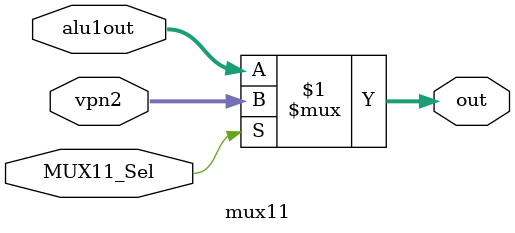
<source format=v>
module mux1(
	RT, RD, MUX1Sel, 
	
	Addr3
	);
	input[4:0] RT, RD;
	input[1:0] MUX1Sel;
	output reg[4:0] Addr3;

	always@(RT, RD, MUX1Sel)
		case(MUX1Sel)
			2'b00:	Addr3 = RT;	//rt
			2'b01:	Addr3 = RD;	//rd
			default:Addr3 = 5'h1f;			//31
		endcase

endmodule

module mux2(
	MUX6Out, CP0Out, MUX2Sel, 
	
	WD
	);
	input[31:0] MUX6Out, CP0Out;
	input[2:0] MUX2Sel;
	output[31:0] WD;

	assign WD = (MUX2Sel == 3'b101) ? CP0Out : MUX6Out;

endmodule

module mux3(
	RD2, Imm32, MUX3Sel, 
	
	B
	);
	input[31:0] RD2,Imm32;
	input MUX3Sel;
	output reg[31:0] B;

	always@(RD2, Imm32, MUX3Sel)
		case(MUX3Sel)
			1'b0:	B = RD2;
			default:B = Imm32;
		endcase	

endmodule

module mux4(
	GPR_RS, data_EX, 
	data_MEM1, data_MEM2, MUX4Sel, 
	
	out
	);
	input[31:0] GPR_RS, data_EX, data_MEM1, data_MEM2;
	input[1:0] MUX4Sel;
	output reg[31:0] out;

	always@(GPR_RS, data_EX, data_MEM1, data_MEM2, MUX4Sel)
		case(MUX4Sel)
			2'b00:	out = GPR_RS;
			2'b01:	out = data_EX;
			2'b10:	out = data_MEM1;
			default:out = data_MEM2;
		endcase

endmodule

module mux5(
	GPR_RT, data_EX, 
	data_MEM1, data_MEM2, MUX5Sel, 
	
	out
	);
	input[31:0] GPR_RT, data_EX, data_MEM1, data_MEM2;
	input[1:0] MUX5Sel;
	output reg[31:0] out;

	always@(GPR_RT, data_EX, data_MEM1, data_MEM2, MUX5Sel)
		case(MUX5Sel)
			2'b00:	out = GPR_RT;
			2'b01:	out = data_EX;
			2'b10:	out = data_MEM1;
			default:out = data_MEM2;
		endcase

endmodule

module mux6(
	RHLOut, ALU1Out, PC, 
	Imm32, MUX6Sel, 
	
	out
	);
	input[31:0] RHLOut, ALU1Out, PC, Imm32;
	input[1:0] MUX6Sel;
	output reg[31:0] out;
	
	always@(RHLOut, ALU1Out, PC, Imm32, MUX6Sel)
		case(MUX6Sel)
			2'b00:	out = RHLOut;
			2'b01:	out = Imm32;
			2'b10:	out = ALU1Out;
			default:out = PC + 8;
		endcase

endmodule

module mux7(
	WRSign, MUX7Sel,
	 
	MUX7Out
	);
	input[3:0] WRSign;
	input MUX7Sel;
	output[3:0] MUX7Out;

	assign MUX7Out = MUX7Sel ? 4'b0000 : WRSign;
 
endmodule

module mux8(
	GPR_RS, data_MEM1, data_MEM2, MUX8Sel, 
	
	out
	);
	input[31:0] GPR_RS, data_MEM1, data_MEM2;
	input[1:0] MUX8Sel;
	output reg[31:0] out;
	
	always@(GPR_RS, data_MEM1, data_MEM2, MUX8Sel)
		case(MUX8Sel)
			2'b00:	out = GPR_RS;
			2'b01:	out = data_MEM1;
			default:out = data_MEM2;
		endcase
endmodule 

module mux9(
	GPR_RT, data_MEM1, data_MEM2, MUX9Sel, 
	
	out
	);
	input[31:0] GPR_RT, data_MEM1, data_MEM2;
	input[1:0] MUX9Sel;
	output reg[31:0] out;
	
	always@(GPR_RT, data_MEM1, data_MEM2, MUX9Sel)
		case(MUX9Sel)
			2'b00:	out = GPR_RT;
			2'b01:	out = data_MEM1;
			default:out = data_MEM2;
		endcase

endmodule 

module mux10(WB_MUX2Out, WB_DMOut, WB_MUX2Sel, MUX10Out);
	input[31:0] WB_MUX2Out;
	input[31:0] WB_DMOut;
	input[2:0] WB_MUX2Sel;
	output[31:0] MUX10Out;

	assign MUX10Out = (WB_MUX2Sel == 3'b100) ? WB_DMOut : WB_MUX2Out;
endmodule

module mux11(
	vpn2, alu1out, MUX11_Sel,

	out
);
	input [18:0] vpn2, alu1out;
	input MUX11_Sel;

	output [18:0] out;

	assign out = MUX11_Sel ? vpn2 : alu1out;
endmodule
</source>
